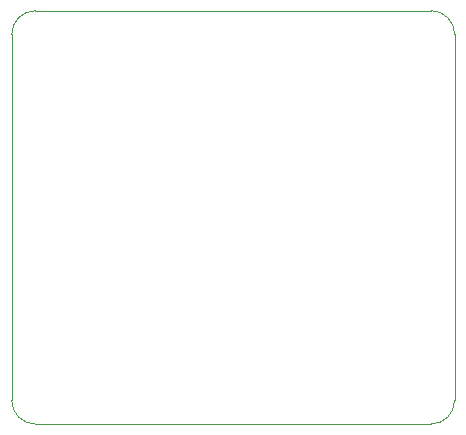
<source format=gm1>
G04 #@! TF.GenerationSoftware,KiCad,Pcbnew,(5.1.12)-1*
G04 #@! TF.CreationDate,2022-01-11T22:34:17-08:00*
G04 #@! TF.ProjectId,controlBoard,636f6e74-726f-46c4-926f-6172642e6b69,rev?*
G04 #@! TF.SameCoordinates,Original*
G04 #@! TF.FileFunction,Profile,NP*
%FSLAX46Y46*%
G04 Gerber Fmt 4.6, Leading zero omitted, Abs format (unit mm)*
G04 Created by KiCad (PCBNEW (5.1.12)-1) date 2022-01-11 22:34:17*
%MOMM*%
%LPD*%
G01*
G04 APERTURE LIST*
G04 #@! TA.AperFunction,Profile*
%ADD10C,0.100000*%
G04 #@! TD*
G04 APERTURE END LIST*
D10*
X140750000Y-68000000D02*
X140750000Y-99000000D01*
X176250000Y-66000000D02*
X142750000Y-66000000D01*
X178250000Y-99000000D02*
X178250000Y-68000000D01*
X142750000Y-101000000D02*
X176250000Y-101000000D01*
X142750000Y-101000000D02*
G75*
G02*
X140750000Y-99000000I0J2000000D01*
G01*
X178250000Y-99000000D02*
G75*
G02*
X176250000Y-101000000I-2000000J0D01*
G01*
X176250000Y-66000000D02*
G75*
G02*
X178250000Y-68000000I0J-2000000D01*
G01*
X140750000Y-68000000D02*
G75*
G02*
X142750000Y-66000000I2000000J0D01*
G01*
M02*

</source>
